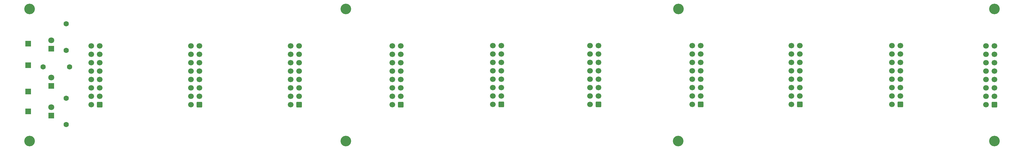
<source format=gbr>
%TF.GenerationSoftware,KiCad,Pcbnew,(6.0.2)*%
%TF.CreationDate,2022-04-02T12:49:41+02:00*%
%TF.ProjectId,Power Bus,506f7765-7220-4427-9573-2e6b69636164,1*%
%TF.SameCoordinates,Original*%
%TF.FileFunction,Soldermask,Bot*%
%TF.FilePolarity,Negative*%
%FSLAX46Y46*%
G04 Gerber Fmt 4.6, Leading zero omitted, Abs format (unit mm)*
G04 Created by KiCad (PCBNEW (6.0.2)) date 2022-04-02 12:49:41*
%MOMM*%
%LPD*%
G01*
G04 APERTURE LIST*
G04 Aperture macros list*
%AMRoundRect*
0 Rectangle with rounded corners*
0 $1 Rounding radius*
0 $2 $3 $4 $5 $6 $7 $8 $9 X,Y pos of 4 corners*
0 Add a 4 corners polygon primitive as box body*
4,1,4,$2,$3,$4,$5,$6,$7,$8,$9,$2,$3,0*
0 Add four circle primitives for the rounded corners*
1,1,$1+$1,$2,$3*
1,1,$1+$1,$4,$5*
1,1,$1+$1,$6,$7*
1,1,$1+$1,$8,$9*
0 Add four rect primitives between the rounded corners*
20,1,$1+$1,$2,$3,$4,$5,0*
20,1,$1+$1,$4,$5,$6,$7,0*
20,1,$1+$1,$6,$7,$8,$9,0*
20,1,$1+$1,$8,$9,$2,$3,0*%
G04 Aperture macros list end*
%ADD10RoundRect,0.250000X0.600000X0.600000X-0.600000X0.600000X-0.600000X-0.600000X0.600000X-0.600000X0*%
%ADD11C,1.700000*%
%ADD12C,3.200000*%
%ADD13R,1.700000X1.700000*%
%ADD14R,1.800000X1.800000*%
%ADD15C,1.800000*%
%ADD16C,1.600000*%
G04 APERTURE END LIST*
D10*
%TO.C,J5*%
X226000000Y-133890000D03*
D11*
X223460000Y-133890000D03*
X226000000Y-131350000D03*
X223460000Y-131350000D03*
X226000000Y-128810000D03*
X223460000Y-128810000D03*
X226000000Y-126270000D03*
X223460000Y-126270000D03*
X226000000Y-123730000D03*
X223460000Y-123730000D03*
X226000000Y-121190000D03*
X223460000Y-121190000D03*
X226000000Y-118650000D03*
X223460000Y-118650000D03*
X226000000Y-116110000D03*
X223460000Y-116110000D03*
%TD*%
D12*
%TO.C,REF\u002A\u002A*%
X150000000Y-105000000D03*
%TD*%
%TO.C,REF\u002A\u002A*%
X150000000Y-145000000D03*
%TD*%
%TO.C,REF\u002A\u002A*%
X250000000Y-105000000D03*
%TD*%
%TO.C,REF\u002A\u002A*%
X249963521Y-144999999D03*
%TD*%
%TO.C,REF\u002A\u002A*%
X345000000Y-105000000D03*
%TD*%
%TO.C,REF\u002A\u002A*%
X345000000Y-145000000D03*
%TD*%
%TO.C,REF\u002A\u002A*%
X55000000Y-105000000D03*
%TD*%
%TO.C,REF\u002A\u002A*%
X55000000Y-145000000D03*
%TD*%
D10*
%TO.C,J10*%
X76000000Y-134000000D03*
D11*
X73460000Y-134000000D03*
X76000000Y-131460000D03*
X73460000Y-131460000D03*
X76000000Y-128920000D03*
X73460000Y-128920000D03*
X76000000Y-126380000D03*
X73460000Y-126380000D03*
X76000000Y-123840000D03*
X73460000Y-123840000D03*
X76000000Y-121300000D03*
X73460000Y-121300000D03*
X76000000Y-118760000D03*
X73460000Y-118760000D03*
X76000000Y-116220000D03*
X73460000Y-116220000D03*
%TD*%
D10*
%TO.C,J9*%
X106000000Y-134000000D03*
D11*
X103460000Y-134000000D03*
X106000000Y-131460000D03*
X103460000Y-131460000D03*
X106000000Y-128920000D03*
X103460000Y-128920000D03*
X106000000Y-126380000D03*
X103460000Y-126380000D03*
X106000000Y-123840000D03*
X103460000Y-123840000D03*
X106000000Y-121300000D03*
X103460000Y-121300000D03*
X106000000Y-118760000D03*
X103460000Y-118760000D03*
X106000000Y-116220000D03*
X103460000Y-116220000D03*
%TD*%
D10*
%TO.C,J8*%
X136000000Y-134000000D03*
D11*
X133460000Y-134000000D03*
X136000000Y-131460000D03*
X133460000Y-131460000D03*
X136000000Y-128920000D03*
X133460000Y-128920000D03*
X136000000Y-126380000D03*
X133460000Y-126380000D03*
X136000000Y-123840000D03*
X133460000Y-123840000D03*
X136000000Y-121300000D03*
X133460000Y-121300000D03*
X136000000Y-118760000D03*
X133460000Y-118760000D03*
X136000000Y-116220000D03*
X133460000Y-116220000D03*
%TD*%
D10*
%TO.C,J7*%
X166540000Y-134000000D03*
D11*
X164000000Y-134000000D03*
X166540000Y-131460000D03*
X164000000Y-131460000D03*
X166540000Y-128920000D03*
X164000000Y-128920000D03*
X166540000Y-126380000D03*
X164000000Y-126380000D03*
X166540000Y-123840000D03*
X164000000Y-123840000D03*
X166540000Y-121300000D03*
X164000000Y-121300000D03*
X166540000Y-118760000D03*
X164000000Y-118760000D03*
X166540000Y-116220000D03*
X164000000Y-116220000D03*
%TD*%
D10*
%TO.C,J6*%
X196752500Y-133890000D03*
D11*
X194212500Y-133890000D03*
X196752500Y-131350000D03*
X194212500Y-131350000D03*
X196752500Y-128810000D03*
X194212500Y-128810000D03*
X196752500Y-126270000D03*
X194212500Y-126270000D03*
X196752500Y-123730000D03*
X194212500Y-123730000D03*
X196752500Y-121190000D03*
X194212500Y-121190000D03*
X196752500Y-118650000D03*
X194212500Y-118650000D03*
X196752500Y-116110000D03*
X194212500Y-116110000D03*
%TD*%
D10*
%TO.C,J4*%
X256752500Y-133890000D03*
D11*
X254212500Y-133890000D03*
X256752500Y-131350000D03*
X254212500Y-131350000D03*
X256752500Y-128810000D03*
X254212500Y-128810000D03*
X256752500Y-126270000D03*
X254212500Y-126270000D03*
X256752500Y-123730000D03*
X254212500Y-123730000D03*
X256752500Y-121190000D03*
X254212500Y-121190000D03*
X256752500Y-118650000D03*
X254212500Y-118650000D03*
X256752500Y-116110000D03*
X254212500Y-116110000D03*
%TD*%
D10*
%TO.C,J3*%
X286540000Y-133890000D03*
D11*
X284000000Y-133890000D03*
X286540000Y-131350000D03*
X284000000Y-131350000D03*
X286540000Y-128810000D03*
X284000000Y-128810000D03*
X286540000Y-126270000D03*
X284000000Y-126270000D03*
X286540000Y-123730000D03*
X284000000Y-123730000D03*
X286540000Y-121190000D03*
X284000000Y-121190000D03*
X286540000Y-118650000D03*
X284000000Y-118650000D03*
X286540000Y-116110000D03*
X284000000Y-116110000D03*
%TD*%
D10*
%TO.C,J2*%
X316752500Y-133890000D03*
D11*
X314212500Y-133890000D03*
X316752500Y-131350000D03*
X314212500Y-131350000D03*
X316752500Y-128810000D03*
X314212500Y-128810000D03*
X316752500Y-126270000D03*
X314212500Y-126270000D03*
X316752500Y-123730000D03*
X314212500Y-123730000D03*
X316752500Y-121190000D03*
X314212500Y-121190000D03*
X316752500Y-118650000D03*
X314212500Y-118650000D03*
X316752500Y-116110000D03*
X314212500Y-116110000D03*
%TD*%
D10*
%TO.C,J1*%
X345000000Y-134000000D03*
D11*
X342460000Y-134000000D03*
X345000000Y-131460000D03*
X342460000Y-131460000D03*
X345000000Y-128920000D03*
X342460000Y-128920000D03*
X345000000Y-126380000D03*
X342460000Y-126380000D03*
X345000000Y-123840000D03*
X342460000Y-123840000D03*
X345000000Y-121300000D03*
X342460000Y-121300000D03*
X345000000Y-118760000D03*
X342460000Y-118760000D03*
X345000000Y-116220000D03*
X342460000Y-116220000D03*
%TD*%
D13*
%TO.C,TP4*%
X54500000Y-136000000D03*
%TD*%
%TO.C,TP3*%
X54500000Y-122000000D03*
%TD*%
%TO.C,TP2*%
X54500000Y-115500000D03*
%TD*%
%TO.C,TP1*%
X54500000Y-130000000D03*
%TD*%
D14*
%TO.C,D3*%
X61500000Y-137275000D03*
D15*
X61500000Y-134735000D03*
%TD*%
D14*
%TO.C,D2*%
X61500000Y-128275000D03*
D15*
X61500000Y-125735000D03*
%TD*%
%TO.C,D1*%
X61500000Y-114460000D03*
D14*
X61500000Y-117000000D03*
%TD*%
D16*
%TO.C,R3*%
X66000000Y-132000000D03*
X66000000Y-140000000D03*
%TD*%
%TO.C,R2*%
X59000000Y-122500000D03*
X67000000Y-122500000D03*
%TD*%
%TO.C,R1*%
X66000000Y-109500000D03*
X66000000Y-117500000D03*
%TD*%
M02*

</source>
